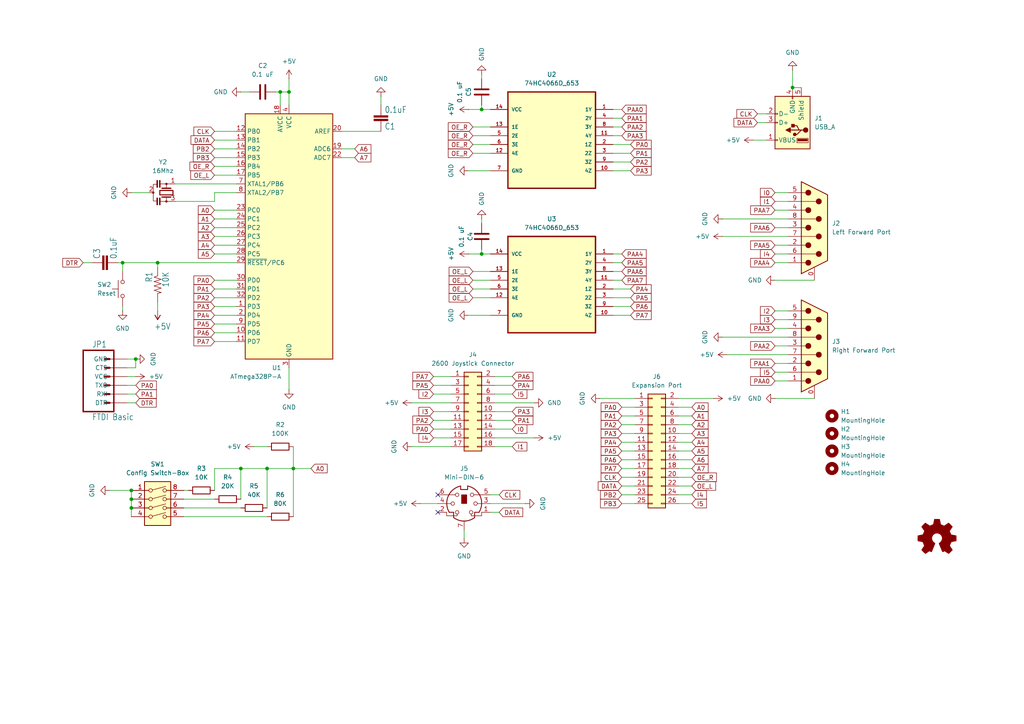
<source format=kicad_sch>
(kicad_sch (version 20231120) (generator "eeschema") (generator_version "8.0")
  (paper "A4")
  (junction (at 139.7 31.75))
  (junction (at 39.37 104.14))
  (junction (at 35.56 76.2))
  (junction (at 38.1 142.24))
  (junction (at 38.1 144.78))
  (junction (at 229.87 25.4))
  (junction (at 81.28 26.67))
  (junction (at 69.85 135.89))
  (junction (at 139.7 73.66))
  (junction (at 85.09 135.89))
  (junction (at 38.1 147.32))
  (junction (at 77.47 135.89))
  (junction (at 45.72 76.2))
  (junction (at 83.82 26.67))
  (no_connect (at 127 148.59))
  (no_connect (at 127 143.51))
  (wire (pts (xy 180.34 135.89) (xy 184.15 135.89)))
  (wire (pts (xy 224.79 110.49) (xy 228.6 110.49)))
  (wire (pts (xy 38.1 147.32) (xy 38.1 149.86)))
  (wire (pts (xy 196.85 125.73) (xy 200.66 125.73)))
  (wire (pts (xy 180.34 140.97) (xy 184.15 140.97)))
  (wire (pts (xy 99.06 45.72) (xy 102.87 45.72)))
  (wire (pts (xy 229.87 25.4) (xy 232.41 25.4)))
  (wire (pts (xy 180.34 120.65) (xy 184.15 120.65)))
  (wire (pts (xy 142.24 146.05) (xy 152.4 146.05)))
  (wire (pts (xy 137.16 39.37) (xy 142.24 39.37)))
  (wire (pts (xy 110.49 27.94) (xy 110.49 30.48)) (stroke (width 0.1524)))
  (wire (pts (xy 173.99 115.57) (xy 184.15 115.57)))
  (wire (pts (xy 224.79 100.33) (xy 228.6 100.33)))
  (wire (pts (xy 62.23 66.04) (xy 68.58 66.04)))
  (wire (pts (xy 62.23 58.42) (xy 62.23 55.88)))
  (wire (pts (xy 135.89 73.66) (xy 139.7 73.66)))
  (wire (pts (xy 77.47 135.89) (xy 77.47 147.32)))
  (wire (pts (xy 83.82 106.68) (xy 83.82 113.03)))
  (wire (pts (xy 143.51 114.3) (xy 148.59 114.3)))
  (wire (pts (xy 224.79 107.95) (xy 228.6 107.95)))
  (wire (pts (xy 224.79 92.71) (xy 228.6 92.71)))
  (wire (pts (xy 196.85 140.97) (xy 200.66 140.97)))
  (wire (pts (xy 137.16 41.91) (xy 142.24 41.91)))
  (wire (pts (xy 236.22 81.28) (xy 224.79 81.28)))
  (wire (pts (xy 85.09 135.89) (xy 90.17 135.89)))
  (wire (pts (xy 50.8 53.34) (xy 68.58 53.34)))
  (wire (pts (xy 35.56 88.9) (xy 35.56 90.17)) (stroke (width 0.1524)))
  (wire (pts (xy 196.85 146.05) (xy 200.66 146.05)))
  (wire (pts (xy 53.34 147.32) (xy 69.85 147.32)))
  (wire (pts (xy 85.09 149.86) (xy 85.09 135.89)))
  (wire (pts (xy 224.79 73.66) (xy 228.6 73.66)))
  (wire (pts (xy 125.73 114.3) (xy 130.81 114.3)))
  (wire (pts (xy 177.8 76.2) (xy 180.34 76.2)))
  (wire (pts (xy 177.8 36.83) (xy 180.34 36.83)))
  (wire (pts (xy 137.16 78.74) (xy 142.24 78.74)))
  (wire (pts (xy 143.51 129.54) (xy 148.59 129.54)))
  (wire (pts (xy 62.23 142.24) (xy 62.23 135.89)))
  (wire (pts (xy 236.22 115.57) (xy 224.79 115.57)))
  (wire (pts (xy 182.88 83.82) (xy 177.8 83.82)))
  (wire (pts (xy 68.58 91.44) (xy 62.23 91.44)))
  (wire (pts (xy 53.34 144.78) (xy 62.23 144.78)))
  (wire (pts (xy 68.58 99.06) (xy 62.23 99.06)))
  (wire (pts (xy 196.85 120.65) (xy 200.66 120.65)))
  (wire (pts (xy 69.85 135.89) (xy 77.47 135.89)))
  (wire (pts (xy 182.88 88.9) (xy 177.8 88.9)))
  (wire (pts (xy 125.73 124.46) (xy 130.81 124.46)))
  (wire (pts (xy 85.09 129.54) (xy 85.09 135.89)))
  (wire (pts (xy 180.34 118.11) (xy 184.15 118.11)))
  (wire (pts (xy 196.85 123.19) (xy 200.66 123.19)))
  (wire (pts (xy 180.34 128.27) (xy 184.15 128.27)))
  (wire (pts (xy 125.73 109.22) (xy 130.81 109.22)))
  (wire (pts (xy 35.56 76.2) (xy 35.56 78.74)) (stroke (width 0.1524)))
  (wire (pts (xy 36.83 109.22) (xy 39.37 109.22)) (stroke (width 0.1524)))
  (wire (pts (xy 210.82 102.87) (xy 228.6 102.87)))
  (wire (pts (xy 228.6 97.79) (xy 209.55 97.79)))
  (wire (pts (xy 196.85 115.57) (xy 207.01 115.57)))
  (wire (pts (xy 196.85 138.43) (xy 200.66 138.43)))
  (wire (pts (xy 73.66 129.54) (xy 77.47 129.54)))
  (wire (pts (xy 196.85 128.27) (xy 200.66 128.27)))
  (wire (pts (xy 68.58 96.52) (xy 62.23 96.52)))
  (wire (pts (xy 142.24 91.44) (xy 135.89 91.44)))
  (wire (pts (xy 139.7 31.75) (xy 142.24 31.75)))
  (wire (pts (xy 125.73 119.38) (xy 130.81 119.38)))
  (wire (pts (xy 99.06 43.18) (xy 102.87 43.18)))
  (wire (pts (xy 148.59 109.22) (xy 143.51 109.22)))
  (wire (pts (xy 68.58 86.36) (xy 62.23 86.36)))
  (wire (pts (xy 68.58 38.1) (xy 62.23 38.1)))
  (wire (pts (xy 196.85 118.11) (xy 200.66 118.11)))
  (wire (pts (xy 180.34 125.73) (xy 184.15 125.73)))
  (wire (pts (xy 224.79 55.88) (xy 228.6 55.88)))
  (wire (pts (xy 34.29 76.2) (xy 35.56 76.2)))
  (wire (pts (xy 222.25 35.56) (xy 219.71 35.56)))
  (wire (pts (xy 196.85 135.89) (xy 200.66 135.89)))
  (wire (pts (xy 68.58 93.98) (xy 62.23 93.98)))
  (wire (pts (xy 125.73 127) (xy 130.81 127)))
  (wire (pts (xy 177.8 34.29) (xy 180.34 34.29)))
  (wire (pts (xy 68.58 83.82) (xy 62.23 83.82)))
  (wire (pts (xy 137.16 86.36) (xy 142.24 86.36)))
  (wire (pts (xy 62.23 71.12) (xy 68.58 71.12)))
  (wire (pts (xy 119.38 116.84) (xy 130.81 116.84)))
  (wire (pts (xy 139.7 63.5) (xy 139.7 64.77)))
  (wire (pts (xy 180.34 146.05) (xy 184.15 146.05)))
  (wire (pts (xy 36.83 111.76) (xy 39.37 111.76)) (stroke (width 0.1524)))
  (wire (pts (xy 224.79 58.42) (xy 228.6 58.42)))
  (wire (pts (xy 137.16 44.45) (xy 142.24 44.45)))
  (wire (pts (xy 85.09 135.89) (xy 77.47 135.89)))
  (wire (pts (xy 229.87 20.32) (xy 229.87 25.4)))
  (wire (pts (xy 218.44 40.64) (xy 222.25 40.64)))
  (wire (pts (xy 142.24 143.51) (xy 144.78 143.51)))
  (wire (pts (xy 222.25 33.02) (xy 219.71 33.02)))
  (wire (pts (xy 224.79 76.2) (xy 228.6 76.2)))
  (wire (pts (xy 62.23 58.42) (xy 50.8 58.42)))
  (wire (pts (xy 224.79 95.25) (xy 228.6 95.25)))
  (wire (pts (xy 180.34 130.81) (xy 184.15 130.81)))
  (wire (pts (xy 83.82 26.67) (xy 81.28 26.67)))
  (wire (pts (xy 68.58 50.8) (xy 62.23 50.8)))
  (wire (pts (xy 53.34 149.86) (xy 77.47 149.86)))
  (wire (pts (xy 62.23 45.72) (xy 68.58 45.72)))
  (wire (pts (xy 38.1 144.78) (xy 38.1 147.32)))
  (wire (pts (xy 182.88 86.36) (xy 177.8 86.36)))
  (wire (pts (xy 135.89 49.53) (xy 142.24 49.53)))
  (wire (pts (xy 224.79 60.96) (xy 228.6 60.96)))
  (wire (pts (xy 45.72 90.17) (xy 45.72 87.63)) (stroke (width 0.1524)))
  (wire (pts (xy 35.56 76.2) (xy 45.72 76.2)))
  (wire (pts (xy 143.51 127) (xy 154.94 127)))
  (wire (pts (xy 62.23 55.88) (xy 68.58 55.88)))
  (wire (pts (xy 62.23 73.66) (xy 68.58 73.66)))
  (wire (pts (xy 99.06 38.1) (xy 110.49 38.1)))
  (wire (pts (xy 224.79 66.04) (xy 228.6 66.04)))
  (wire (pts (xy 36.83 104.14) (xy 39.37 104.14)) (stroke (width 0.1524)))
  (wire (pts (xy 139.7 30.48) (xy 139.7 31.75)))
  (wire (pts (xy 196.85 130.81) (xy 200.66 130.81)))
  (wire (pts (xy 125.73 121.92) (xy 130.81 121.92)))
  (wire (pts (xy 177.8 81.28) (xy 180.34 81.28)))
  (wire (pts (xy 134.62 153.67) (xy 134.62 156.21)))
  (wire (pts (xy 36.83 106.68) (xy 39.37 106.68)) (stroke (width 0.1524)))
  (wire (pts (xy 143.51 124.46) (xy 148.59 124.46)))
  (wire (pts (xy 180.34 123.19) (xy 184.15 123.19)))
  (wire (pts (xy 177.8 31.75) (xy 180.34 31.75)))
  (wire (pts (xy 177.8 78.74) (xy 180.34 78.74)))
  (wire (pts (xy 62.23 135.89) (xy 69.85 135.89)))
  (wire (pts (xy 228.6 63.5) (xy 209.55 63.5)))
  (wire (pts (xy 69.85 144.78) (xy 69.85 135.89)))
  (wire (pts (xy 182.88 91.44) (xy 177.8 91.44)))
  (wire (pts (xy 36.83 116.84) (xy 39.37 116.84)) (stroke (width 0.1524)))
  (wire (pts (xy 224.79 90.17) (xy 228.6 90.17)))
  (wire (pts (xy 180.34 138.43) (xy 184.15 138.43)))
  (wire (pts (xy 68.58 40.64) (xy 62.23 40.64)))
  (wire (pts (xy 182.88 41.91) (xy 177.8 41.91)))
  (wire (pts (xy 137.16 36.83) (xy 142.24 36.83)))
  (wire (pts (xy 148.59 121.92) (xy 143.51 121.92)))
  (wire (pts (xy 143.51 116.84) (xy 154.94 116.84)))
  (wire (pts (xy 26.67 76.2) (xy 24.13 76.2)) (stroke (width 0.1524)))
  (wire (pts (xy 68.58 81.28) (xy 62.23 81.28)))
  (wire (pts (xy 180.34 133.35) (xy 184.15 133.35)))
  (wire (pts (xy 139.7 72.39) (xy 139.7 73.66)))
  (wire (pts (xy 182.88 46.99) (xy 177.8 46.99)))
  (wire (pts (xy 83.82 26.67) (xy 83.82 30.48)))
  (wire (pts (xy 69.85 26.67) (xy 72.39 26.67)))
  (wire (pts (xy 180.34 143.51) (xy 184.15 143.51)))
  (wire (pts (xy 81.28 26.67) (xy 81.28 30.48)))
  (wire (pts (xy 62.23 60.96) (xy 68.58 60.96)))
  (wire (pts (xy 139.7 73.66) (xy 142.24 73.66)))
  (wire (pts (xy 182.88 49.53) (xy 177.8 49.53)))
  (wire (pts (xy 196.85 133.35) (xy 200.66 133.35)))
  (wire (pts (xy 142.24 148.59) (xy 144.78 148.59)))
  (wire (pts (xy 36.83 114.3) (xy 39.37 114.3)) (stroke (width 0.1524)))
  (wire (pts (xy 53.34 142.24) (xy 54.61 142.24)))
  (wire (pts (xy 45.72 76.2) (xy 45.72 77.47)) (stroke (width 0.1524)))
  (wire (pts (xy 38.1 142.24) (xy 38.1 144.78)))
  (wire (pts (xy 45.72 76.2) (xy 68.58 76.2)) (stroke (width 0.1524)))
  (wire (pts (xy 38.1 55.88) (xy 43.18 55.88)))
  (wire (pts (xy 83.82 22.86) (xy 83.82 26.67)))
  (wire (pts (xy 68.58 88.9) (xy 62.23 88.9)))
  (wire (pts (xy 177.8 73.66) (xy 180.34 73.66)))
  (wire (pts (xy 121.92 146.05) (xy 127 146.05)))
  (wire (pts (xy 209.55 68.58) (xy 228.6 68.58)))
  (wire (pts (xy 135.89 31.75) (xy 139.7 31.75)))
  (wire (pts (xy 31.75 142.24) (xy 38.1 142.24)))
  (wire (pts (xy 148.59 111.76) (xy 143.51 111.76)))
  (wire (pts (xy 148.59 119.38) (xy 143.51 119.38)))
  (wire (pts (xy 119.38 129.54) (xy 130.81 129.54)))
  (wire (pts (xy 224.79 71.12) (xy 228.6 71.12)))
  (wire (pts (xy 137.16 83.82) (xy 142.24 83.82)))
  (wire (pts (xy 139.7 21.59) (xy 139.7 22.86)))
  (wire (pts (xy 80.01 26.67) (xy 81.28 26.67)))
  (wire (pts (xy 137.16 81.28) (xy 142.24 81.28)))
  (wire (pts (xy 196.85 143.51) (xy 200.66 143.51)))
  (wire (pts (xy 224.79 105.41) (xy 228.6 105.41)))
  (wire (pts (xy 39.37 104.14) (xy 39.37 106.68)) (stroke (width 0.1524)))
  (wire (pts (xy 177.8 39.37) (xy 180.34 39.37)))
  (wire (pts (xy 125.73 111.76) (xy 130.81 111.76)))
  (wire (pts (xy 62.23 43.18) (xy 68.58 43.18)))
  (wire (pts (xy 182.88 44.45) (xy 177.8 44.45)))
  (wire (pts (xy 62.23 68.58) (xy 68.58 68.58)))
  (wire (pts (xy 62.23 48.26) (xy 68.58 48.26)))
  (wire (pts (xy 62.23 63.5) (xy 68.58 63.5)))
  (global_label "A0" (shape input) (at 200.66 118.11 0) (property "Intersheetrefs" "${INTERSHEET_REFS}" (effects (hide yes))))
  (global_label "PAA0" (shape input) (at 180.34 31.75 0) (property "Intersheetrefs" "${INTERSHEET_REFS}" (effects (hide yes))))
  (global_label "A4" (shape input) (at 62.23 71.12 180) (property "Intersheetrefs" "${INTERSHEET_REFS}" (effects (hide yes))))
  (global_label "OE_L" (shape input) (at 200.66 140.97 0) (property "Intersheetrefs" "${INTERSHEET_REFS}" (effects (hide yes))))
  (global_label "PAA3" (shape input) (at 180.34 39.37 0) (property "Intersheetrefs" "${INTERSHEET_REFS}" (effects (hide yes))))
  (global_label "A4" (shape input) (at 200.66 128.27 0) (property "Intersheetrefs" "${INTERSHEET_REFS}" (effects (hide yes))))
  (global_label "PB3" (shape input) (at 62.23 45.72 180) (property "Intersheetrefs" "${INTERSHEET_REFS}" (effects (hide yes))))
  (global_label "PA5" (shape input) (at 62.23 93.98 180) (property "Intersheetrefs" "${INTERSHEET_REFS}" (effects (hide yes))))
  (global_label "PA2" (shape input) (at 125.73 121.92 180) (property "Intersheetrefs" "${INTERSHEET_REFS}" (effects (hide yes))))
  (global_label "I2" (shape input) (at 125.73 114.3 180) (property "Intersheetrefs" "${INTERSHEET_REFS}" (effects (hide yes))))
  (global_label "OE_L" (shape input) (at 137.16 81.28 180) (property "Intersheetrefs" "${INTERSHEET_REFS}" (effects (hide yes))))
  (global_label "PAA6" (shape input) (at 180.34 78.74 0) (property "Intersheetrefs" "${INTERSHEET_REFS}" (effects (hide yes))))
  (global_label "OE_L" (shape input) (at 62.23 50.8 180) (property "Intersheetrefs" "${INTERSHEET_REFS}" (effects (hide yes))))
  (global_label "I1" (shape input) (at 224.79 58.42 180) (property "Intersheetrefs" "${INTERSHEET_REFS}" (effects (hide yes))))
  (global_label "PA3" (shape input) (at 182.88 49.53 0) (property "Intersheetrefs" "${INTERSHEET_REFS}" (effects (hide yes))))
  (global_label "PAA4" (shape input) (at 224.79 76.2 180) (property "Intersheetrefs" "${INTERSHEET_REFS}" (effects (hide yes))))
  (global_label "PB2" (shape input) (at 180.34 143.51 180) (property "Intersheetrefs" "${INTERSHEET_REFS}" (effects (hide yes))))
  (global_label "A7" (shape input) (at 200.66 135.89 0) (property "Intersheetrefs" "${INTERSHEET_REFS}" (effects (hide yes))))
  (global_label "DATA" (shape input) (at 144.78 148.59 0) (property "Intersheetrefs" "${INTERSHEET_REFS}" (effects (hide yes))))
  (global_label "A3" (shape input) (at 200.66 125.73 0) (property "Intersheetrefs" "${INTERSHEET_REFS}" (effects (hide yes))))
  (global_label "DTR" (shape input) (at 39.37 116.84 0) (property "Intersheetrefs" "${INTERSHEET_REFS}" (effects (hide yes))))
  (global_label "A6" (shape input) (at 200.66 133.35 0) (property "Intersheetrefs" "${INTERSHEET_REFS}" (effects (hide yes))))
  (global_label "PA1" (shape input) (at 182.88 44.45 0) (property "Intersheetrefs" "${INTERSHEET_REFS}" (effects (hide yes))))
  (global_label "CLK" (shape input) (at 144.78 143.51 0) (property "Intersheetrefs" "${INTERSHEET_REFS}" (effects (hide yes))))
  (global_label "PA5" (shape input) (at 125.73 111.76 180) (property "Intersheetrefs" "${INTERSHEET_REFS}" (effects (hide yes))))
  (global_label "PA4" (shape input) (at 62.23 91.44 180) (property "Intersheetrefs" "${INTERSHEET_REFS}" (effects (hide yes))))
  (global_label "PA0" (shape input) (at 182.88 41.91 0) (property "Intersheetrefs" "${INTERSHEET_REFS}" (effects (hide yes))))
  (global_label "PA2" (shape input) (at 62.23 86.36 180) (property "Intersheetrefs" "${INTERSHEET_REFS}" (effects (hide yes))))
  (global_label "PAA7" (shape input) (at 180.34 81.28 0) (property "Intersheetrefs" "${INTERSHEET_REFS}" (effects (hide yes))))
  (global_label "PA2" (shape input) (at 182.88 46.99 0) (property "Intersheetrefs" "${INTERSHEET_REFS}" (effects (hide yes))))
  (global_label "PA1" (shape input) (at 148.59 121.92 0) (property "Intersheetrefs" "${INTERSHEET_REFS}" (effects (hide yes))))
  (global_label "PB3" (shape input) (at 180.34 146.05 180) (property "Intersheetrefs" "${INTERSHEET_REFS}" (effects (hide yes))))
  (global_label "PA7" (shape input) (at 182.88 91.44 0) (property "Intersheetrefs" "${INTERSHEET_REFS}" (effects (hide yes))))
  (global_label "A2" (shape input) (at 62.23 66.04 180) (property "Intersheetrefs" "${INTERSHEET_REFS}" (effects (hide yes))))
  (global_label "OE_R" (shape input) (at 137.16 41.91 180) (property "Intersheetrefs" "${INTERSHEET_REFS}" (effects (hide yes))))
  (global_label "PA0" (shape input) (at 180.34 118.11 180) (property "Intersheetrefs" "${INTERSHEET_REFS}" (effects (hide yes))))
  (global_label "A2" (shape input) (at 200.66 123.19 0) (property "Intersheetrefs" "${INTERSHEET_REFS}" (effects (hide yes))))
  (global_label "PA5" (shape input) (at 182.88 86.36 0) (property "Intersheetrefs" "${INTERSHEET_REFS}" (effects (hide yes))))
  (global_label "OE_R" (shape input) (at 137.16 44.45 180) (property "Intersheetrefs" "${INTERSHEET_REFS}" (effects (hide yes))))
  (global_label "OE_L" (shape input) (at 137.16 78.74 180) (property "Intersheetrefs" "${INTERSHEET_REFS}" (effects (hide yes))))
  (global_label "PA6" (shape input) (at 182.88 88.9 0) (property "Intersheetrefs" "${INTERSHEET_REFS}" (effects (hide yes))))
  (global_label "PAA5" (shape input) (at 224.79 71.12 180) (property "Intersheetrefs" "${INTERSHEET_REFS}" (effects (hide yes))))
  (global_label "I5" (shape input) (at 148.59 114.3 0) (property "Intersheetrefs" "${INTERSHEET_REFS}" (effects (hide yes))))
  (global_label "I0" (shape input) (at 148.59 124.46 0) (property "Intersheetrefs" "${INTERSHEET_REFS}" (effects (hide yes))))
  (global_label "CLK" (shape input) (at 219.71 33.02 180) (property "Intersheetrefs" "${INTERSHEET_REFS}" (effects (hide yes))))
  (global_label "OE_R" (shape input) (at 62.23 48.26 180) (property "Intersheetrefs" "${INTERSHEET_REFS}" (effects (hide yes))))
  (global_label "PA4" (shape input) (at 180.34 128.27 180) (property "Intersheetrefs" "${INTERSHEET_REFS}" (effects (hide yes))))
  (global_label "I3" (shape input) (at 224.79 92.71 180) (property "Intersheetrefs" "${INTERSHEET_REFS}" (effects (hide yes))))
  (global_label "PAA1" (shape input) (at 224.79 105.41 180) (property "Intersheetrefs" "${INTERSHEET_REFS}" (effects (hide yes))))
  (global_label "A0" (shape input) (at 62.23 60.96 180) (property "Intersheetrefs" "${INTERSHEET_REFS}" (effects (hide yes))))
  (global_label "I1" (shape input) (at 148.59 129.54 0) (property "Intersheetrefs" "${INTERSHEET_REFS}" (effects (hide yes))))
  (global_label "I4" (shape input) (at 125.73 127 180) (property "Intersheetrefs" "${INTERSHEET_REFS}" (effects (hide yes))))
  (global_label "I5" (shape input) (at 224.79 107.95 180) (property "Intersheetrefs" "${INTERSHEET_REFS}" (effects (hide yes))))
  (global_label "I4" (shape input) (at 200.66 143.51 0) (property "Intersheetrefs" "${INTERSHEET_REFS}" (effects (hide yes))))
  (global_label "A1" (shape input) (at 200.66 120.65 0) (property "Intersheetrefs" "${INTERSHEET_REFS}" (effects (hide yes))))
  (global_label "PA1" (shape input) (at 180.34 120.65 180) (property "Intersheetrefs" "${INTERSHEET_REFS}" (effects (hide yes))))
  (global_label "A1" (shape input) (at 62.23 63.5 180) (property "Intersheetrefs" "${INTERSHEET_REFS}" (effects (hide yes))))
  (global_label "PAA3" (shape input) (at 224.79 95.25 180) (property "Intersheetrefs" "${INTERSHEET_REFS}" (effects (hide yes))))
  (global_label "PAA4" (shape input) (at 180.34 73.66 0) (property "Intersheetrefs" "${INTERSHEET_REFS}" (effects (hide yes))))
  (global_label "PAA2" (shape input) (at 180.34 36.83 0) (property "Intersheetrefs" "${INTERSHEET_REFS}" (effects (hide yes))))
  (global_label "PA7" (shape input) (at 62.23 99.06 180) (property "Intersheetrefs" "${INTERSHEET_REFS}" (effects (hide yes))))
  (global_label "PAA2" (shape input) (at 224.79 100.33 180) (property "Intersheetrefs" "${INTERSHEET_REFS}" (effects (hide yes))))
  (global_label "OE_R" (shape input) (at 137.16 39.37 180) (property "Intersheetrefs" "${INTERSHEET_REFS}" (effects (hide yes))))
  (global_label "PA7" (shape input) (at 125.73 109.22 180) (property "Intersheetrefs" "${INTERSHEET_REFS}" (effects (hide yes))))
  (global_label "PA0" (shape input) (at 125.73 124.46 180) (property "Intersheetrefs" "${INTERSHEET_REFS}" (effects (hide yes))))
  (global_label "PAA5" (shape input) (at 180.34 76.2 0) (property "Intersheetrefs" "${INTERSHEET_REFS}" (effects (hide yes))))
  (global_label "I4" (shape input) (at 224.79 73.66 180) (property "Intersheetrefs" "${INTERSHEET_REFS}" (effects (hide yes))))
  (global_label "PAA7" (shape input) (at 224.79 60.96 180) (property "Intersheetrefs" "${INTERSHEET_REFS}" (effects (hide yes))))
  (global_label "I2" (shape input) (at 224.79 90.17 180) (property "Intersheetrefs" "${INTERSHEET_REFS}" (effects (hide yes))))
  (global_label "PA3" (shape input) (at 180.34 125.73 180) (property "Intersheetrefs" "${INTERSHEET_REFS}" (effects (hide yes))))
  (global_label "CLK" (shape input) (at 62.23 38.1 180) (property "Intersheetrefs" "${INTERSHEET_REFS}" (effects (hide yes))))
  (global_label "OE_R" (shape input) (at 200.66 138.43 0) (property "Intersheetrefs" "${INTERSHEET_REFS}" (effects (hide yes))))
  (global_label "PB2" (shape input) (at 62.23 43.18 180) (property "Intersheetrefs" "${INTERSHEET_REFS}" (effects (hide yes))))
  (global_label "I0" (shape input) (at 224.79 55.88 180) (property "Intersheetrefs" "${INTERSHEET_REFS}" (effects (hide yes))))
  (global_label "PAA6" (shape input) (at 224.79 66.04 180) (property "Intersheetrefs" "${INTERSHEET_REFS}" (effects (hide yes))))
  (global_label "A7" (shape input) (at 102.87 45.72 0) (property "Intersheetrefs" "${INTERSHEET_REFS}" (effects (hide yes))))
  (global_label "PAA1" (shape input) (at 180.34 34.29 0) (property "Intersheetrefs" "${INTERSHEET_REFS}" (effects (hide yes))))
  (global_label "I3" (shape input) (at 125.73 119.38 180) (property "Intersheetrefs" "${INTERSHEET_REFS}" (effects (hide yes))))
  (global_label "DATA" (shape input) (at 219.71 35.56 180) (property "Intersheetrefs" "${INTERSHEET_REFS}" (effects (hide yes))))
  (global_label "A6" (shape input) (at 102.87 43.18 0) (property "Intersheetrefs" "${INTERSHEET_REFS}" (effects (hide yes))))
  (global_label "I5" (shape input) (at 200.66 146.05 0) (property "Intersheetrefs" "${INTERSHEET_REFS}" (effects (hide yes))))
  (global_label "DATA" (shape input) (at 180.34 140.97 180) (property "Intersheetrefs" "${INTERSHEET_REFS}" (effects (hide yes))))
  (global_label "OE_R" (shape input) (at 137.16 36.83 180) (property "Intersheetrefs" "${INTERSHEET_REFS}" (effects (hide yes))))
  (global_label "PA3" (shape input) (at 148.59 119.38 0) (property "Intersheetrefs" "${INTERSHEET_REFS}" (effects (hide yes))))
  (global_label "PA4" (shape input) (at 182.88 83.82 0) (property "Intersheetrefs" "${INTERSHEET_REFS}" (effects (hide yes))))
  (global_label "PAA0" (shape input) (at 224.79 110.49 180) (property "Intersheetrefs" "${INTERSHEET_REFS}" (effects (hide yes))))
  (global_label "PA0" (shape input) (at 62.23 81.28 180) (property "Intersheetrefs" "${INTERSHEET_REFS}" (effects (hide yes))))
  (global_label "A0" (shape input) (at 90.17 135.89 0) (property "Intersheetrefs" "${INTERSHEET_REFS}" (effects (hide yes))))
  (global_label "CLK" (shape input) (at 180.34 138.43 180) (property "Intersheetrefs" "${INTERSHEET_REFS}" (effects (hide yes))))
  (global_label "PA5" (shape input) (at 180.34 130.81 180) (property "Intersheetrefs" "${INTERSHEET_REFS}" (effects (hide yes))))
  (global_label "PA4" (shape input) (at 148.59 111.76 0) (property "Intersheetrefs" "${INTERSHEET_REFS}" (effects (hide yes))))
  (global_label "PA6" (shape input) (at 62.23 96.52 180) (property "Intersheetrefs" "${INTERSHEET_REFS}" (effects (hide yes))))
  (global_label "DATA" (shape input) (at 62.23 40.64 180) (property "Intersheetrefs" "${INTERSHEET_REFS}" (effects (hide yes))))
  (global_label "OE_L" (shape input) (at 137.16 86.36 180) (property "Intersheetrefs" "${INTERSHEET_REFS}" (effects (hide yes))))
  (global_label "A5" (shape input) (at 62.23 73.66 180) (property "Intersheetrefs" "${INTERSHEET_REFS}" (effects (hide yes))))
  (global_label "DTR" (shape input) (at 24.13 76.2 180) (property "Intersheetrefs" "${INTERSHEET_REFS}" (effects (hide yes))))
  (global_label "PA1" (shape input) (at 62.23 83.82 180) (property "Intersheetrefs" "${INTERSHEET_REFS}" (effects (hide yes))))
  (global_label "PA3" (shape input) (at 62.23 88.9 180) (property "Intersheetrefs" "${INTERSHEET_REFS}" (effects (hide yes))))
  (global_label "OE_L" (shape input) (at 137.16 83.82 180) (property "Intersheetrefs" "${INTERSHEET_REFS}" (effects (hide yes))))
  (global_label "PA0" (shape input) (at 39.37 111.76 0) (property "Intersheetrefs" "${INTERSHEET_REFS}" (effects (hide yes))))
  (global_label "PA6" (shape input) (at 180.34 133.35 180) (property "Intersheetrefs" "${INTERSHEET_REFS}" (effects (hide yes))))
  (global_label "PA1" (shape input) (at 39.37 114.3 0) (property "Intersheetrefs" "${INTERSHEET_REFS}" (effects (hide yes))))
  (global_label "A3" (shape input) (at 62.23 68.58 180) (property "Intersheetrefs" "${INTERSHEET_REFS}" (effects (hide yes))))
  (global_label "A5" (shape input) (at 200.66 130.81 0) (property "Intersheetrefs" "${INTERSHEET_REFS}" (effects (hide yes))))
  (global_label "PA7" (shape input) (at 180.34 135.89 180) (property "Intersheetrefs" "${INTERSHEET_REFS}" (effects (hide yes))))
  (global_label "PA6" (shape input) (at 148.59 109.22 0) (property "Intersheetrefs" "${INTERSHEET_REFS}" (effects (hide yes))))
  (global_label "PA2" (shape input) (at 180.34 123.19 180) (property "Intersheetrefs" "${INTERSHEET_REFS}" (effects (hide yes))))
  (symbol (lib_id "power:GND") (at 119.38 129.54 270) (unit 1)
    (property "Reference" "#PWR012" (effects (hide yes)))
    (property "Value" "GND" (at 114.3 129.54 0))
    (property "Description" "Power symbol creates a global label with name \"GND\" , ground" (effects (hide yes)))
  )
  (symbol (lib_id "power:GND") (at 134.62 156.21 0) (unit 1)
    (property "Reference" "#PWR033" (effects (hide yes)))
    (property "Value" "GND" (at 134.62 161.29 0))
    (property "Description" "Power symbol creates a global label with name \"GND\" , ground" (effects (hide yes)))
  )
  (symbol (lib_id "Device:R") (at 66.04 144.78 270) (unit 1)
    (property "Reference" "R4" (at 66.04 138.43 90))
    (property "Value" "20K" (at 66.04 140.97 90))
    (property "Footprint" "Resistor_SMD:R_0402_1005Metric" (effects (hide yes)))
    (property "Description" "Resistor" (effects (hide yes)))
  )
  (symbol (lib_id "power:GND") (at 35.56 90.17 0) (unit 1)
    (property "Reference" "#PWR024" (effects (hide yes)))
    (property "Value" "GND" (at 35.56 95.25 0))
    (property "Description" "Power symbol creates a global label with name \"GND\" , ground" (effects (hide yes)))
  )
  (symbol (lib_id "Device:R") (at 81.28 149.86 270) (unit 1)
    (property "Reference" "R6" (at 81.28 143.51 90))
    (property "Value" "80K" (at 81.28 146.05 90))
    (property "Footprint" "Resistor_SMD:R_0402_1005Metric" (effects (hide yes)))
    (property "Description" "Resistor" (effects (hide yes)))
  )
  (symbol (lib_id "power:+5V") (at 209.55 68.58 90) (unit 1)
    (property "Reference" "#PWR09" (effects (hide yes)))
    (property "Value" "+5V" (at 205.74 68.5799 90) (effects (justify left)))
    (property "Description" "Power symbol creates a global label with name \"+5V\"" (effects (hide yes)))
  )
  (symbol (lib_id "Arduino-Pro-Mini-eagle-import:3.3V") (at 45.72 90.17 0) (mirror x) (unit 1)
    (property "Reference" "#P+01" (effects (hide yes)))
    (property "Value" "+5V" (at 44.704 93.726 0) (effects (font (size 1.778 1.5113)) (justify left bottom)))
  )
  (symbol (lib_id "power:GND") (at 154.94 116.84 90) (unit 1)
    (property "Reference" "#PWR011" (effects (hide yes)))
    (property "Value" "GND" (at 158.75 116.8399 90) (effects (justify right)))
    (property "Description" "Power symbol creates a global label with name \"GND\" , ground" (effects (hide yes)))
  )
  (symbol (lib_id "Connector:USB_A") (at 229.87 35.56 180) (unit 1)
    (property "Reference" "J1" (at 236.22 34.2899 0) (effects (justify right)))
    (property "Value" "USB_A" (at 236.22 36.8299 0) (effects (justify right)))
    (property "Footprint" "Connector_USB:USB_A_Molex_67643_Horizontal" (effects (hide yes)))
    (property "Description" "USB Type A connector" (effects (hide yes)))
  )
  (symbol (lib_id "Mechanical:MountingHole") (at 241.3 120.65 0) (unit 1) (exclude_from_sim yes) (in_bom no)
    (property "Reference" "H1" (at 243.84 119.3799 0) (effects (justify left)))
    (property "Value" "MountingHole" (at 243.84 121.9199 0) (effects (justify left)))
    (property "Footprint" "MountingHole:MountingHole_3mm" (effects (hide yes)))
    (property "Description" "Mounting Hole without connection" (effects (hide yes)))
  )
  (symbol (lib_id "power:GND") (at 39.37 104.14 90) (unit 1)
    (property "Reference" "#PWR016" (effects (hide yes)))
    (property "Value" "GND" (at 44.45 104.14 0))
    (property "Description" "Power symbol creates a global label with name \"GND\" , ground" (effects (hide yes)))
  )
  (symbol (lib_id "Device:C") (at 139.7 26.67 0) (unit 1)
    (property "Reference" "C5" (at 135.89 26.67 90))
    (property "Value" "0.1 uF" (at 133.35 26.67 90))
    (property "Footprint" "Capacitor_SMD:C_0402_1005Metric" (effects (hide yes)))
    (property "Description" "Unpolarized capacitor" (effects (hide yes)))
  )
  (symbol (lib_id "power:GND") (at 229.87 20.32 180) (unit 1)
    (property "Reference" "#PWR03" (effects (hide yes)))
    (property "Value" "GND" (at 229.87 15.24 0))
    (property "Description" "Power symbol creates a global label with name \"GND\" , ground" (effects (hide yes)))
  )
  (symbol (lib_id "Switch:SW_Push") (at 35.56 83.82 90) (unit 1)
    (property "Reference" "SW2" (at 28.194 82.55 90) (effects (justify right)))
    (property "Value" "Reset" (at 28.194 85.09 90) (effects (justify right)))
    (property "Footprint" "Button_Switch_SMD:SW_Push_1P1T_NO_CK_KMR2" (effects (hide yes)))
    (property "Description" "Push button switch, generic, two pins" (effects (hide yes)))
  )
  (symbol (lib_id "74HC4066D_653:74HC4066D_653") (at 160.02 36.83 0) (unit 1)
    (property "Reference" "U2" (at 160.02 21.59 0))
    (property "Value" "74HC4066D_653" (at 160.02 24.13 0))
    (property "Footprint" "74HC4066D_653f:SOIC127P600X175-14N" (effects (hide yes)))
    (property "MF" "Nexperia" (effects (hide yes)))
    (property "Description_1" "\n                        \n                            4 Circuit IC Switch 1:1 95Ohm 14-SO\n                        \n" (effects (hide yes)))
    (property "PACKAGE" "SOIC-16" (effects (hide yes)))
    (property "MPN" "74HC4066D,653" (effects (hide yes)))
    (property "Price" "None" (effects (hide yes)))
    (property "Package" "SO14-14 Nexperia USA Inc." (effects (hide yes)))
    (property "OC_FARNELL" "1868620" (effects (hide yes)))
    (property "SnapEDA_Link" "https://www.snapeda.com/parts/74HC4066D,653/Nexperia/view-part/?ref=snap" (effects (hide yes)))
    (property "MP" "74HC4066D,653" (effects (hide yes)))
    (property "SUPPLIER" "NXP" (effects (hide yes)))
    (property "OC_NEWARK" "71R2541" (effects (hide yes)))
    (property "Availability" "In Stock" (effects (hide yes)))
    (property "Check_prices" "https://www.snapeda.com/parts/74HC4066D,653/Nexperia/view-part/?ref=eda" (effects (hide yes)))
  )
  (symbol (lib_id "power:GND") (at 173.99 115.57 270) (unit 1)
    (property "Reference" "#PWR027" (effects (hide yes)))
    (property "Value" "GND" (at 168.91 115.57 0))
    (property "Description" "Power symbol creates a global label with name \"GND\" , ground" (effects (hide yes)))
  )
  (symbol (lib_id "power:GND") (at 69.85 26.67 270) (unit 1)
    (property "Reference" "#PWR026" (effects (hide yes)))
    (property "Value" "GND" (at 66.04 26.6699 90) (effects (justify right)))
    (property "Description" "Power symbol creates a global label with name \"GND\" , ground" (effects (hide yes)))
  )
  (symbol (lib_id "power:+5V") (at 154.94 127 270) (unit 1)
    (property "Reference" "#PWR014" (effects (hide yes)))
    (property "Value" "+5V" (at 158.75 126.9999 90) (effects (justify left)))
    (property "Description" "Power symbol creates a global label with name \"+5V\"" (effects (hide yes)))
  )
  (symbol (lib_id "power:+5V") (at 83.82 22.86 0) (mirror y) (unit 1)
    (property "Reference" "#PWR01" (effects (hide yes)))
    (property "Value" "+5V" (at 83.82 17.78 0))
    (property "Description" "Power symbol creates a global label with name \"+5V\"" (effects (hide yes)))
  )
  (symbol (lib_id "power:+5V") (at 135.89 31.75 90) (unit 1)
    (property "Reference" "#PWR06" (effects (hide yes)))
    (property "Value" "+5V" (at 130.81 31.75 0))
    (property "Description" "Power symbol creates a global label with name \"+5V\"" (effects (hide yes)))
  )
  (symbol (lib_id "Connector:Mini-DIN-6") (at 134.62 146.05 0) (unit 1)
    (property "Reference" "J5" (at 134.6377 135.89 0))
    (property "Value" "Mini-DIN-6" (at 134.6377 138.43 0))
    (property "Footprint" "2600-Keyboard:Connector_Mini-DIN_Female_6Pin_2rows" (effects (hide yes)))
    (property "Datasheet" "http://service.powerdynamics.com/ec/Catalog17/Section%2011.pdf" (effects (hide yes)))
    (property "Description" "6-pin Mini-DIN connector" (effects (hide yes)))
  )
  (symbol (lib_id "power:GND") (at 209.55 97.79 270) (unit 1)
    (property "Reference" "#PWR08" (effects (hide yes)))
    (property "Value" "GND" (at 204.47 97.79 0))
    (property "Description" "Power symbol creates a global label with name \"GND\" , ground" (effects (hide yes)))
  )
  (symbol (lib_id "power:GND") (at 135.89 49.53 270) (unit 1)
    (property "Reference" "#PWR020" (effects (hide yes)))
    (property "Value" "GND" (at 130.81 49.53 0))
    (property "Description" "Power symbol creates a global label with name \"GND\" , ground" (effects (hide yes)))
  )
  (symbol (lib_id "power:+5V") (at 73.66 129.54 90) (unit 1)
    (property "Reference" "#PWR023" (effects (hide yes)))
    (property "Value" "+5V" (at 69.85 129.5399 90) (effects (justify left)))
    (property "Description" "Power symbol creates a global label with name \"+5V\"" (effects (hide yes)))
  )
  (symbol (lib_id "Switch:SW_DIP_x04") (at 45.72 147.32 0) (unit 1)
    (property "Reference" "SW1" (at 45.72 134.62 0))
    (property "Value" "Config Switch-Box" (at 45.72 137.16 0))
    (property "Footprint" "Button_Switch_THT:SW_DIP_SPSTx04_Piano_10.8x11.72mm_W7.62mm_P2.54mm" (effects (hide yes)))
    (property "Description" "4x DIP Switch, Single Pole Single Throw (SPST) switch, small symbol" (effects (hide yes)))
  )
  (symbol (lib_id "Device:C") (at 76.2 26.67 90) (unit 1)
    (property "Reference" "C2" (at 76.2 19.05 90))
    (property "Value" "0.1 uF" (at 76.2 21.59 90))
    (property "Footprint" "Capacitor_SMD:C_0402_1005Metric" (effects (hide yes)))
    (property "Description" "Unpolarized capacitor" (effects (hide yes)))
  )
  (symbol (lib_id "power:GND") (at 152.4 146.05 90) (unit 1)
    (property "Reference" "#PWR017" (effects (hide yes)))
    (property "Value" "GND" (at 157.48 146.05 0))
    (property "Description" "Power symbol creates a global label with name \"GND\" , ground" (effects (hide yes)))
  )
  (symbol (lib_id "power:+5V") (at 207.01 115.57 270) (mirror x) (unit 1)
    (property "Reference" "#PWR028" (effects (hide yes)))
    (property "Value" "+5V" (at 210.82 115.5699 90) (effects (justify left)))
    (property "Description" "Power symbol creates a global label with name \"+5V\"" (effects (hide yes)))
  )
  (symbol (lib_id "74HC4066D_653:74HC4066D_653") (at 160.02 78.74 0) (unit 1)
    (property "Reference" "U3" (at 160.02 63.5 0))
    (property "Value" "74HC4066D_653" (at 160.02 66.04 0))
    (property "Footprint" "74HC4066D_653f:SOIC127P600X175-14N" (effects (hide yes)))
    (property "MF" "Nexperia" (effects (hide yes)))
    (property "Description_1" "\n                        \n                            4 Circuit IC Switch 1:1 95Ohm 14-SO\n                        \n" (effects (hide yes)))
    (property "PACKAGE" "SOIC-16" (effects (hide yes)))
    (property "MPN" "74HC4066D,653" (effects (hide yes)))
    (property "Price" "None" (effects (hide yes)))
    (property "Package" "SO14-14 Nexperia USA Inc." (effects (hide yes)))
    (property "OC_FARNELL" "1868620" (effects (hide yes)))
    (property "SnapEDA_Link" "https://www.snapeda.com/parts/74HC4066D,653/Nexperia/view-part/?ref=snap" (effects (hide yes)))
    (property "MP" "74HC4066D,653" (effects (hide yes)))
    (property "SUPPLIER" "NXP" (effects (hide yes)))
    (property "OC_NEWARK" "71R2541" (effects (hide yes)))
    (property "Availability" "In Stock" (effects (hide yes)))
    (property "Check_prices" "https://www.snapeda.com/parts/74HC4066D,653/Nexperia/view-part/?ref=eda" (effects (hide yes)))
  )
  (symbol (lib_id "power:GND") (at 224.79 81.28 270) (unit 1)
    (property "Reference" "#PWR031" (effects (hide yes)))
    (property "Value" "GND" (at 220.98 81.2801 90) (effects (justify right)))
    (property "Description" "Power symbol creates a global label with name \"GND\" , ground" (effects (hide yes)))
  )
  (symbol (lib_id "power:+5V") (at 218.44 40.64 90) (unit 1)
    (property "Reference" "#PWR02" (effects (hide yes)))
    (property "Value" "+5V" (at 214.63 40.6399 90) (effects (justify left)))
    (property "Description" "Power symbol creates a global label with name \"+5V\"" (effects (hide yes)))
  )
  (symbol (lib_id "Mechanical:MountingHole") (at 241.3 125.73 0) (unit 1) (exclude_from_sim yes) (in_bom no)
    (property "Reference" "H2" (at 243.84 124.4599 0) (effects (justify left)))
    (property "Value" "MountingHole" (at 243.84 126.9999 0) (effects (justify left)))
    (property "Footprint" "MountingHole:MountingHole_3mm" (effects (hide yes)))
    (property "Description" "Mounting Hole without connection" (effects (hide yes)))
  )
  (symbol (lib_id "Device:C") (at 139.7 68.58 0) (unit 1)
    (property "Reference" "C4" (at 136.398 68.58 90))
    (property "Value" "0.1 uF" (at 133.858 68.58 90))
    (property "Footprint" "Capacitor_SMD:C_0402_1005Metric" (effects (hide yes)))
    (property "Description" "Unpolarized capacitor" (effects (hide yes)))
  )
  (symbol (lib_id "Connector_Generic:Conn_02x13_Odd_Even") (at 189.23 130.81 0) (unit 1)
    (property "Reference" "J6" (at 190.5 109.22 0))
    (property "Value" "Expansion Port" (at 190.5 111.76 0))
    (property "Footprint" "Connector_PinHeader_2.54mm:PinHeader_2x13_P2.54mm_Vertical" (effects (hide yes)))
    (property "Description" "Generic connector, double row, 02x13, odd/even pin numbering scheme (row 1 odd numbers, row 2 even numbers), script generated (kicad-library-utils/schlib/autogen/connector/)" (effects (hide yes)))
  )
  (symbol (lib_id "Connector:DE9_Plug_MountingHoles") (at 236.22 66.04 0) (unit 1)
    (property "Reference" "J2" (at 241.3 64.7699 0) (effects (justify left)))
    (property "Value" "Left Forward Port" (at 241.3 67.3099 0) (effects (justify left)))
    (property "Footprint" "Connector_Dsub:DSUB-9_Male_Horizontal_P2.77x2.84mm_EdgePinOffset4.94mm_Housed_MountingHolesOffset7.48mm" (effects (hide yes)))
    (property "Description" "9-pin male plug pin D-SUB connector, Mounting Hole" (effects (hide yes)))
  )
  (symbol (lib_id "Mechanical:MountingHole") (at 241.3 130.81 0) (unit 1) (exclude_from_sim yes) (in_bom no)
    (property "Reference" "H3" (at 243.84 129.5399 0) (effects (justify left)))
    (property "Value" "MountingHole" (at 243.84 132.0799 0) (effects (justify left)))
    (property "Footprint" "MountingHole:MountingHole_3mm" (effects (hide yes)))
    (property "Description" "Mounting Hole without connection" (effects (hide yes)))
  )
  (symbol (lib_id "Connector:DE9_Plug_MountingHoles") (at 236.22 100.33 0) (unit 1)
    (property "Reference" "J3" (at 241.3 99.0599 0) (effects (justify left)))
    (property "Value" "Right Forward Port" (at 241.3 101.5999 0) (effects (justify left)))
    (property "Footprint" "Connector_Dsub:DSUB-9_Male_Horizontal_P2.77x2.84mm_EdgePinOffset4.94mm_Housed_MountingHolesOffset7.48mm" (effects (hide yes)))
    (property "Description" "9-pin male plug pin D-SUB connector, Mounting Hole" (effects (hide yes)))
  )
  (symbol (lib_id "power:+5V") (at 119.38 116.84 90) (unit 1)
    (property "Reference" "#PWR013" (effects (hide yes)))
    (property "Value" "+5V" (at 115.57 116.8399 90) (effects (justify left)))
    (property "Description" "Power symbol creates a global label with name \"+5V\"" (effects (hide yes)))
  )
  (symbol (lib_id "Arduino-Pro-Mini-eagle-import:CAP0603-CAP") (at 110.49 35.56 0) (mirror y) (unit 1)
    (property "Reference" "C1" (at 111.506 35.687 0) (effects (font (size 1.778 1.5113)) (justify right top)))
    (property "Value" "0.1uF" (at 111.506 30.861 0) (effects (font (size 1.778 1.5113)) (justify right top)))
    (property "Footprint" "Capacitor_SMD:C_0402_1005Metric" (effects (hide yes)))
  )
  (symbol (lib_id "Device:R") (at 81.28 129.54 270) (unit 1)
    (property "Reference" "R2" (at 81.28 123.19 90))
    (property "Value" "100K" (at 81.28 125.73 90))
    (property "Footprint" "Resistor_SMD:R_0402_1005Metric" (effects (hide yes)))
    (property "Description" "Resistor" (effects (hide yes)))
  )
  (symbol (lib_id "power:GND") (at 110.49 27.94 180) (unit 1)
    (property "Reference" "#PWR025" (effects (hide yes)))
    (property "Value" "GND" (at 110.49 22.86 0))
    (property "Description" "Power symbol creates a global label with name \"GND\" , ground" (effects (hide yes)))
  )
  (symbol (lib_id "Device:R") (at 58.42 142.24 270) (unit 1)
    (property "Reference" "R3" (at 58.42 135.89 90))
    (property "Value" "10K" (at 58.42 138.43 90))
    (property "Footprint" "Resistor_SMD:R_0402_1005Metric" (effects (hide yes)))
    (property "Description" "Resistor" (effects (hide yes)))
  )
  (symbol (lib_id "power:+5V") (at 210.82 102.87 90) (unit 1)
    (property "Reference" "#PWR010" (effects (hide yes)))
    (property "Value" "+5V" (at 207.01 102.8699 90) (effects (justify left)))
    (property "Description" "Power symbol creates a global label with name \"+5V\"" (effects (hide yes)))
  )
  (symbol (lib_id "Arduino-Pro-Mini-eagle-import:ARDUINO_SERIAL_PROGRAMPTH") (at 31.75 111.76 0) (unit 1)
    (property "Reference" "JP1" (at 26.67 100.838 0) (effects (font (size 1.778 1.5113)) (justify left bottom)))
    (property "Value" "FTDI Basic" (at 26.67 121.92 0) (effects (font (size 1.778 1.5113)) (justify left bottom)))
    (property "Footprint" "Connector_PinHeader_2.54mm:PinHeader_1x06_P2.54mm_Horizontal" (effects (hide yes)))
  )
  (symbol (lib_id "Mechanical:MountingHole") (at 241.3 135.89 0) (unit 1) (exclude_from_sim yes) (in_bom no)
    (property "Reference" "H4" (at 243.84 134.6199 0) (effects (justify left)))
    (property "Value" "MountingHole" (at 243.84 137.1599 0) (effects (justify left)))
    (property "Footprint" "MountingHole:MountingHole_3mm" (effects (hide yes)))
    (property "Description" "Mounting Hole without connection" (effects (hide yes)))
  )
  (symbol (lib_id "power:GND") (at 209.55 63.5 270) (unit 1)
    (property "Reference" "#PWR07" (effects (hide yes)))
    (property "Value" "GND" (at 204.47 63.5 0))
    (property "Description" "Power symbol creates a global label with name \"GND\" , ground" (effects (hide yes)))
  )
  (symbol (lib_id "power:GND") (at 83.82 113.03 0) (unit 1)
    (property "Reference" "#PWR05" (effects (hide yes)))
    (property "Value" "GND" (at 83.82 118.11 0))
    (property "Description" "Power symbol creates a global label with name \"GND\" , ground" (effects (hide yes)))
  )
  (symbol (lib_id "power:GND") (at 139.7 63.5 180) (unit 1)
    (property "Reference" "#PWR029" (effects (hide yes)))
    (property "Value" "GND" (at 139.7001 59.69 90) (effects (justify right)))
    (property "Description" "Power symbol creates a global label with name \"GND\" , ground" (effects (hide yes)))
  )
  (symbol (lib_id "power:GND") (at 139.7 21.59 180) (unit 1)
    (property "Reference" "#PWR030" (effects (hide yes)))
    (property "Value" "GND" (at 139.7001 17.78 90) (effects (justify right)))
    (property "Description" "Power symbol creates a global label with name \"GND\" , ground" (effects (hide yes)))
  )
  (symbol (lib_id "Graphic:Logo_Open_Hardware_Small") (at 271.78 156.21 0) (unit 1) (exclude_from_sim yes) (in_bom no) (on_board no)
    (property "Reference" "#SYM1" (effects (hide yes)))
    (property "Value" "Logo_Open_Hardware_Small" (effects (hide yes)))
    (property "Footprint" "Symbol:OSHW-Logo_5.7x6mm_SilkScreen" (effects (hide yes)))
    (property "Description" "Open Hardware logo, small" (effects (hide yes)))
  )
  (symbol (lib_id "MCU_Microchip_ATmega:ATmega328P-A") (at 83.82 68.58 0) (mirror y) (unit 1)
    (property "Reference" "U1" (at 81.6259 106.68 0) (effects (justify left)))
    (property "Value" "ATmega328P-A" (at 81.6259 109.22 0) (effects (justify left)))
    (property "Footprint" "Package_QFP:TQFP-32_7x7mm_P0.8mm" (effects (hide yes)))
    (property "Datasheet" "http://ww1.microchip.com/downloads/en/DeviceDoc/ATmega328_P%20AVR%20MCU%20with%20picoPower%20Technology%20Data%20Sheet%2040001984A.pdf" (effects (hide yes)))
    (property "Description" "20MHz, 32kB Flash, 2kB SRAM, 1kB EEPROM, TQFP-32" (effects (hide yes)))
  )
  (symbol (lib_id "Device:R") (at 73.66 147.32 270) (unit 1)
    (property "Reference" "R5" (at 73.66 140.97 90))
    (property "Value" "40K" (at 73.66 143.51 90))
    (property "Footprint" "Resistor_SMD:R_0402_1005Metric" (effects (hide yes)))
    (property "Description" "Resistor" (effects (hide yes)))
  )
  (symbol (lib_id "Device:Resonator_Small") (at 48.26 55.88 270) (unit 1)
    (property "Reference" "Y2" (at 47.2567 46.99 90))
    (property "Value" "16Mhz" (at 47.2567 49.53 90))
    (property "Footprint" "Crystal:Resonator_SMD_Murata_CSTxExxV-3Pin_3.0x1.1mm" (effects (hide yes)))
    (property "Description" "Three pin ceramic resonator, small symbol" (effects (hide yes)))
  )
  (symbol (lib_id "power:GND") (at 135.89 91.44 270) (unit 1)
    (property "Reference" "#PWR04" (effects (hide yes)))
    (property "Value" "GND" (at 130.81 91.44 0))
    (property "Description" "Power symbol creates a global label with name \"GND\" , ground" (effects (hide yes)))
  )
  (symbol (lib_id "Connector_Generic:Conn_02x09_Odd_Even") (at 135.89 119.38 0) (unit 1)
    (property "Reference" "J4" (at 137.16 102.87 0))
    (property "Value" "2600 Joystick Connector" (at 137.16 105.41 0))
    (property "Footprint" "Connector_PinHeader_2.54mm:PinHeader_2x09_P2.54mm_Vertical" (effects (hide yes)))
    (property "Description" "Generic connector, double row, 02x09, odd/even pin numbering scheme (row 1 odd numbers, row 2 even numbers), script generated (kicad-library-utils/schlib/autogen/connector/)" (effects (hide yes)))
  )
  (symbol (lib_id "power:+5V") (at 39.37 109.22 270) (mirror x) (unit 1)
    (property "Reference" "#PWR021" (effects (hide yes)))
    (property "Value" "+5V" (at 43.18 109.2199 90) (effects (justify left)))
    (property "Description" "Power symbol creates a global label with name \"+5V\"" (effects (hide yes)))
  )
  (symbol (lib_id "Arduino-Pro-Mini-eagle-import:RESISTOR0603-RES") (at 45.72 82.55 90) (mirror x) (unit 1)
    (property "Reference" "R1" (at 44.2214 78.74 0) (effects (font (size 1.778 1.5113)) (justify left bottom)))
    (property "Value" "10K" (at 49.022 78.74 0) (effects (font (size 1.778 1.5113)) (justify left bottom)))
    (property "Footprint" "Resistor_SMD:R_0402_1005Metric" (effects (hide yes)))
  )
  (symbol (lib_id "power:GND") (at 31.75 142.24 270) (unit 1)
    (property "Reference" "#PWR022" (effects (hide yes)))
    (property "Value" "GND" (at 26.67 142.24 0))
    (property "Description" "Power symbol creates a global label with name \"GND\" , ground" (effects (hide yes)))
  )
  (symbol (lib_id "power:+5V") (at 135.89 73.66 90) (unit 1)
    (property "Reference" "#PWR015" (effects (hide yes)))
    (property "Value" "+5V" (at 130.81 73.66 0))
    (property "Description" "Power symbol creates a global label with name \"+5V\"" (effects (hide yes)))
  )
  (symbol (lib_id "power:GND") (at 38.1 55.88 270) (unit 1)
    (property "Reference" "#PWR019" (effects (hide yes)))
    (property "Value" "GND" (at 33.02 55.88 0))
    (property "Description" "Power symbol creates a global label with name \"GND\" , ground" (effects (hide yes)))
  )
  (symbol (lib_id "power:GND") (at 224.79 115.57 270) (mirror x) (unit 1)
    (property "Reference" "#PWR032" (effects (hide yes)))
    (property "Value" "GND" (at 220.98 115.5699 90) (effects (justify right)))
    (property "Description" "Power symbol creates a global label with name \"GND\" , ground" (effects (hide yes)))
  )
  (symbol (lib_id "Arduino-Pro-Mini-eagle-import:CAP0603-CAP") (at 29.21 76.2 270) (unit 1)
    (property "Reference" "C3" (at 29.083 75.184 0) (effects (font (size 1.778 1.5113)) (justify right top)))
    (property "Value" "0.1uF" (at 33.909 75.184 0) (effects (font (size 1.778 1.5113)) (justify right top)))
    (property "Footprint" "Capacitor_SMD:C_0402_1005Metric" (effects (hide yes)))
  )
  (symbol (lib_id "power:+5V") (at 121.92 146.05 90) (unit 1)
    (property "Reference" "#PWR018" (effects (hide yes)))
    (property "Value" "+5V" (at 118.11 146.0499 90) (effects (justify left)))
    (property "Description" "Power symbol creates a global label with name \"+5V\"" (effects (hide yes)))
  )
)
</source>
